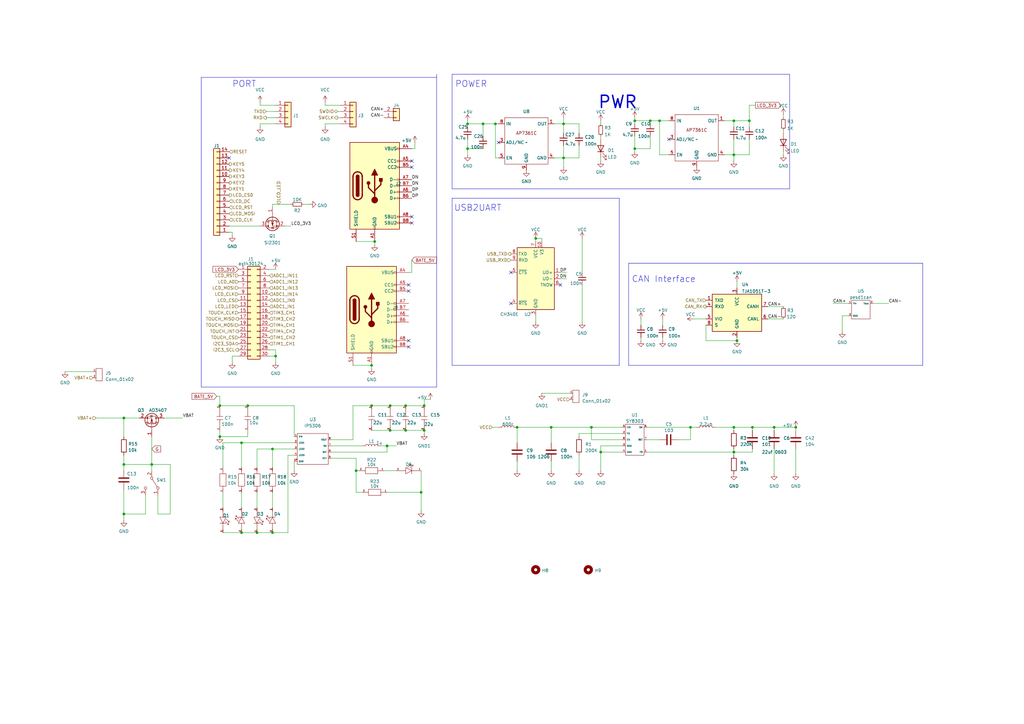
<source format=kicad_sch>
(kicad_sch (version 20230121) (generator eeschema)
  (paper "A3")
  (junction (at 283.21 175.26))
  (junction (at 231.14 50.8))
  (junction (at 172.72 201.93))
  (junction (at 266.7 49.53))
  (junction (at 173.99 176.53))
  (junction (at 191.77 50.8))
  (junction (at 231.14 64.77))
  (junction (at 166.37 176.53))
  (junction (at 90.17 166.37))
  (junction (at 90.17 179.07))
  (junction (at 300.99 175.26))
  (junction (at 300.99 63.5))
  (junction (at 166.37 166.37))
  (junction (at 99.06 218.44))
  (junction (at 260.35 60.96))
  (junction (at 242.57 175.26))
  (junction (at 260.35 49.53))
  (junction (at 307.34 49.53))
  (junction (at 101.6 166.37))
  (junction (at 326.39 175.26))
  (junction (at 160.02 166.37))
  (junction (at 113.03 146.05))
  (junction (at 300.99 185.42))
  (junction (at 226.06 175.26))
  (junction (at 146.05 193.04))
  (junction (at 308.61 175.26))
  (junction (at 62.23 190.5))
  (junction (at 191.77 60.96))
  (junction (at 152.4 149.86))
  (junction (at 246.38 185.42))
  (junction (at 302.26 139.7))
  (junction (at 105.41 218.44))
  (junction (at 300.99 49.53))
  (junction (at 270.51 49.53))
  (junction (at 50.8 190.5))
  (junction (at 198.12 50.8))
  (junction (at 160.02 176.53))
  (junction (at 99.06 181.61))
  (junction (at 203.2 50.8))
  (junction (at 50.8 171.45))
  (junction (at 152.4 166.37))
  (junction (at 158.75 182.88))
  (junction (at 111.76 184.15))
  (junction (at 153.67 99.06))
  (junction (at 219.71 97.79))
  (junction (at 317.5 175.26))
  (junction (at 212.09 175.26))
  (junction (at 173.99 166.37))
  (junction (at 50.8 210.82))
  (junction (at 111.76 218.44))
  (no_connect (at 209.55 124.46))
  (no_connect (at 168.91 88.9))
  (no_connect (at 168.91 68.58))
  (no_connect (at 167.64 139.7))
  (no_connect (at 168.91 91.44))
  (no_connect (at 167.64 142.24))
  (no_connect (at 93.98 64.77))
  (no_connect (at 167.64 119.38))
  (no_connect (at 204.47 58.42))
  (no_connect (at 274.32 57.15))
  (no_connect (at 167.64 116.84))
  (no_connect (at 209.55 111.76))
  (no_connect (at 168.91 66.04))
  (no_connect (at 229.87 116.84))
  (wire (pts (xy 146.05 193.04) (xy 147.32 193.04)))
  (wire (pts (xy 101.6 176.53) (xy 101.6 179.07)))
  (wire (pts (xy 172.72 201.93) (xy 172.72 209.55)))
  (wire (pts (xy 133.35 41.91) (xy 133.35 43.18)))
  (wire (pts (xy 111.76 184.15) (xy 105.41 184.15)))
  (wire (pts (xy 293.37 175.26) (xy 300.99 175.26)))
  (wire (pts (xy 307.34 63.5) (xy 307.34 57.15)))
  (wire (pts (xy 139.7 50.8) (xy 133.35 50.8)))
  (wire (pts (xy 191.77 49.53) (xy 191.77 50.8)))
  (wire (pts (xy 204.47 50.8) (xy 203.2 50.8)))
  (wire (pts (xy 198.12 50.8) (xy 198.12 55.88)))
  (wire (pts (xy 120.65 166.37) (xy 101.6 166.37)))
  (wire (pts (xy 270.51 63.5) (xy 270.51 49.53)))
  (wire (pts (xy 69.85 210.82) (xy 69.85 190.5)))
  (wire (pts (xy 95.25 95.25) (xy 93.98 95.25)))
  (wire (pts (xy 300.99 185.42) (xy 300.99 186.69)))
  (wire (pts (xy 166.37 166.37) (xy 173.99 166.37)))
  (wire (pts (xy 170.18 58.42) (xy 170.18 60.96)))
  (wire (pts (xy 152.4 176.53) (xy 160.02 176.53)))
  (wire (pts (xy 50.8 190.5) (xy 62.23 190.5)))
  (wire (pts (xy 110.49 110.49) (xy 113.03 110.49)))
  (wire (pts (xy 105.41 184.15) (xy 105.41 191.77)))
  (wire (pts (xy 158.75 201.93) (xy 172.72 201.93)))
  (wire (pts (xy 260.35 48.26) (xy 260.35 49.53)))
  (wire (pts (xy 99.06 201.93) (xy 99.06 208.28)))
  (wire (pts (xy 135.89 185.42) (xy 158.75 185.42)))
  (wire (pts (xy 152.4 149.86) (xy 144.78 149.86)))
  (wire (pts (xy 307.34 43.18) (xy 309.88 43.18)))
  (wire (pts (xy 118.11 218.44) (xy 118.11 186.69)))
  (wire (pts (xy 278.13 180.34) (xy 283.21 180.34)))
  (polyline (pts (xy 378.46 149.86) (xy 378.46 107.95)))
  (wire (pts (xy 50.8 210.82) (xy 50.8 213.36)))
  (wire (pts (xy 204.47 64.77) (xy 203.2 64.77)))
  (wire (pts (xy 212.09 175.26) (xy 212.09 181.61)))
  (wire (pts (xy 321.31 62.23) (xy 321.31 63.5)))
  (wire (pts (xy 237.49 50.8) (xy 237.49 54.61)))
  (wire (pts (xy 99.06 181.61) (xy 91.44 181.61)))
  (wire (pts (xy 113.03 43.18) (xy 106.68 43.18)))
  (wire (pts (xy 260.35 60.96) (xy 266.7 60.96)))
  (wire (pts (xy 50.8 171.45) (xy 57.15 171.45)))
  (wire (pts (xy 226.06 175.26) (xy 242.57 175.26)))
  (wire (pts (xy 212.09 189.23) (xy 212.09 193.04)))
  (polyline (pts (xy 179.07 149.86) (xy 179.07 158.75)))
  (wire (pts (xy 176.53 163.83) (xy 173.99 163.83)))
  (wire (pts (xy 139.7 43.18) (xy 133.35 43.18)))
  (wire (pts (xy 109.22 48.26) (xy 113.03 48.26)))
  (polyline (pts (xy 257.81 107.95) (xy 378.46 107.95)))
  (wire (pts (xy 93.98 92.71) (xy 106.68 92.71)))
  (wire (pts (xy 90.17 162.56) (xy 90.17 166.37)))
  (wire (pts (xy 262.89 138.43) (xy 262.89 139.7)))
  (wire (pts (xy 203.2 50.8) (xy 198.12 50.8)))
  (wire (pts (xy 158.75 185.42) (xy 158.75 182.88)))
  (wire (pts (xy 133.35 50.8) (xy 133.35 52.07)))
  (wire (pts (xy 231.14 50.8) (xy 231.14 54.61)))
  (wire (pts (xy 358.14 124.46) (xy 364.49 124.46)))
  (wire (pts (xy 289.56 133.35) (xy 289.56 139.7)))
  (wire (pts (xy 50.8 193.04) (xy 50.8 190.5)))
  (wire (pts (xy 246.38 49.53) (xy 246.38 50.8)))
  (wire (pts (xy 212.09 175.26) (xy 226.06 175.26)))
  (wire (pts (xy 314.96 130.81) (xy 321.31 130.81)))
  (polyline (pts (xy 323.85 77.47) (xy 323.85 30.48)))
  (wire (pts (xy 283.21 175.26) (xy 285.75 175.26)))
  (wire (pts (xy 124.46 83.82) (xy 127 83.82)))
  (wire (pts (xy 300.99 63.5) (xy 307.34 63.5)))
  (polyline (pts (xy 257.81 149.86) (xy 378.46 149.86)))
  (wire (pts (xy 99.06 181.61) (xy 99.06 191.77)))
  (wire (pts (xy 109.22 45.72) (xy 113.03 45.72)))
  (wire (pts (xy 307.34 43.18) (xy 307.34 49.53)))
  (wire (pts (xy 289.56 139.7) (xy 302.26 139.7)))
  (wire (pts (xy 173.99 176.53) (xy 173.99 177.8)))
  (wire (pts (xy 113.03 143.51) (xy 113.03 146.05)))
  (wire (pts (xy 222.25 97.79) (xy 219.71 97.79)))
  (wire (pts (xy 270.51 49.53) (xy 274.32 49.53)))
  (polyline (pts (xy 254 149.86) (xy 254 81.28)))
  (polyline (pts (xy 185.42 81.28) (xy 185.42 149.86)))
  (wire (pts (xy 160.02 166.37) (xy 166.37 166.37)))
  (wire (pts (xy 314.96 125.73) (xy 321.31 125.73)))
  (wire (pts (xy 99.06 218.44) (xy 105.41 218.44)))
  (wire (pts (xy 153.67 99.06) (xy 146.05 99.06)))
  (wire (pts (xy 101.6 179.07) (xy 90.17 179.07)))
  (wire (pts (xy 237.49 64.77) (xy 237.49 59.69)))
  (polyline (pts (xy 185.42 30.48) (xy 323.85 30.48)))
  (wire (pts (xy 321.31 53.34) (xy 321.31 54.61)))
  (wire (pts (xy 67.31 171.45) (xy 74.93 171.45)))
  (wire (pts (xy 317.5 176.53) (xy 317.5 175.26)))
  (wire (pts (xy 191.77 57.15) (xy 191.77 60.96)))
  (wire (pts (xy 260.35 60.96) (xy 260.35 62.23)))
  (wire (pts (xy 231.14 50.8) (xy 231.14 48.26)))
  (wire (pts (xy 231.14 59.69) (xy 231.14 64.77)))
  (wire (pts (xy 91.44 218.44) (xy 99.06 218.44)))
  (wire (pts (xy 260.35 50.8) (xy 260.35 49.53)))
  (wire (pts (xy 222.25 99.06) (xy 222.25 97.79)))
  (wire (pts (xy 191.77 60.96) (xy 191.77 63.5)))
  (wire (pts (xy 158.75 182.88) (xy 156.21 182.88)))
  (polyline (pts (xy 179.07 149.86) (xy 179.07 30.48)))
  (wire (pts (xy 238.76 116.84) (xy 238.76 132.08)))
  (wire (pts (xy 95.25 96.52) (xy 95.25 95.25)))
  (wire (pts (xy 160.02 176.53) (xy 166.37 176.53)))
  (polyline (pts (xy 185.42 30.48) (xy 185.42 77.47)))
  (wire (pts (xy 321.31 46.99) (xy 321.31 48.26)))
  (wire (pts (xy 26.67 152.4) (xy 38.1 152.4)))
  (wire (pts (xy 111.76 201.93) (xy 111.76 208.28)))
  (wire (pts (xy 302.26 138.43) (xy 302.26 139.7)))
  (wire (pts (xy 222.25 161.29) (xy 233.68 161.29)))
  (wire (pts (xy 283.21 180.34) (xy 283.21 175.26)))
  (wire (pts (xy 265.43 175.26) (xy 283.21 175.26)))
  (wire (pts (xy 146.05 201.93) (xy 146.05 193.04)))
  (wire (pts (xy 168.91 106.68) (xy 168.91 111.76)))
  (wire (pts (xy 246.38 185.42) (xy 255.27 185.42)))
  (wire (pts (xy 62.23 190.5) (xy 62.23 193.04)))
  (wire (pts (xy 226.06 175.26) (xy 226.06 181.61)))
  (wire (pts (xy 50.8 200.66) (xy 50.8 210.82)))
  (wire (pts (xy 300.99 175.26) (xy 300.99 176.53)))
  (wire (pts (xy 120.65 181.61) (xy 99.06 181.61)))
  (wire (pts (xy 238.76 97.79) (xy 238.76 111.76)))
  (polyline (pts (xy 185.42 77.47) (xy 323.85 77.47)))
  (wire (pts (xy 246.38 185.42) (xy 246.38 193.04)))
  (wire (pts (xy 317.5 175.26) (xy 308.61 175.26)))
  (wire (pts (xy 64.77 203.2) (xy 64.77 210.82)))
  (wire (pts (xy 326.39 176.53) (xy 326.39 175.26)))
  (wire (pts (xy 284.48 130.81) (xy 289.56 130.81)))
  (wire (pts (xy 266.7 49.53) (xy 270.51 49.53)))
  (wire (pts (xy 317.5 175.26) (xy 326.39 175.26)))
  (wire (pts (xy 227.33 50.8) (xy 231.14 50.8)))
  (wire (pts (xy 326.39 184.15) (xy 326.39 194.31)))
  (wire (pts (xy 219.71 97.79) (xy 219.71 99.06)))
  (wire (pts (xy 111.76 83.82) (xy 119.38 83.82)))
  (wire (pts (xy 271.78 130.81) (xy 271.78 133.35)))
  (wire (pts (xy 106.68 52.07) (xy 106.68 50.8)))
  (wire (pts (xy 90.17 179.07) (xy 90.17 176.53)))
  (wire (pts (xy 265.43 185.42) (xy 300.99 185.42)))
  (wire (pts (xy 191.77 50.8) (xy 198.12 50.8)))
  (wire (pts (xy 226.06 189.23) (xy 226.06 193.04)))
  (wire (pts (xy 274.32 63.5) (xy 270.51 63.5)))
  (wire (pts (xy 191.77 50.8) (xy 191.77 52.07)))
  (wire (pts (xy 341.63 124.46) (xy 347.98 124.46)))
  (wire (pts (xy 144.78 166.37) (xy 144.78 180.34)))
  (wire (pts (xy 135.89 182.88) (xy 148.59 182.88)))
  (wire (pts (xy 308.61 175.26) (xy 300.99 175.26)))
  (wire (pts (xy 158.75 182.88) (xy 162.56 182.88)))
  (wire (pts (xy 120.65 179.07) (xy 120.65 166.37)))
  (wire (pts (xy 246.38 64.77) (xy 246.38 66.04)))
  (wire (pts (xy 242.57 180.34) (xy 255.27 180.34)))
  (wire (pts (xy 237.49 186.69) (xy 237.49 193.04)))
  (wire (pts (xy 111.76 184.15) (xy 111.76 191.77)))
  (wire (pts (xy 153.67 99.06) (xy 153.67 100.33)))
  (wire (pts (xy 227.33 64.77) (xy 231.14 64.77)))
  (wire (pts (xy 297.18 49.53) (xy 300.99 49.53)))
  (wire (pts (xy 308.61 184.15) (xy 308.61 185.42)))
  (wire (pts (xy 231.14 50.8) (xy 237.49 50.8)))
  (wire (pts (xy 146.05 187.96) (xy 146.05 193.04)))
  (wire (pts (xy 237.49 177.8) (xy 255.27 177.8)))
  (wire (pts (xy 120.65 189.23) (xy 120.65 193.04)))
  (wire (pts (xy 138.43 48.26) (xy 139.7 48.26)))
  (wire (pts (xy 50.8 171.45) (xy 50.8 179.07)))
  (wire (pts (xy 110.49 146.05) (xy 113.03 146.05)))
  (wire (pts (xy 106.68 41.91) (xy 106.68 43.18)))
  (wire (pts (xy 266.7 50.8) (xy 266.7 49.53)))
  (wire (pts (xy 135.89 187.96) (xy 146.05 187.96)))
  (wire (pts (xy 120.65 184.15) (xy 111.76 184.15)))
  (polyline (pts (xy 185.42 81.28) (xy 254 81.28)))
  (wire (pts (xy 302.26 115.57) (xy 302.26 118.11)))
  (wire (pts (xy 39.37 171.45) (xy 50.8 171.45)))
  (wire (pts (xy 255.27 182.88) (xy 246.38 182.88)))
  (wire (pts (xy 271.78 138.43) (xy 271.78 139.7)))
  (wire (pts (xy 232.41 114.3) (xy 229.87 114.3)))
  (wire (pts (xy 231.14 68.58) (xy 231.14 64.77)))
  (wire (pts (xy 345.44 129.54) (xy 345.44 135.89)))
  (wire (pts (xy 300.99 57.15) (xy 300.99 63.5)))
  (wire (pts (xy 173.99 163.83) (xy 173.99 166.37)))
  (wire (pts (xy 191.77 60.96) (xy 198.12 60.96)))
  (wire (pts (xy 113.03 146.05) (xy 113.03 148.59)))
  (wire (pts (xy 242.57 180.34) (xy 242.57 175.26)))
  (wire (pts (xy 138.43 45.72) (xy 139.7 45.72)))
  (wire (pts (xy 91.44 201.93) (xy 91.44 208.28)))
  (wire (pts (xy 166.37 176.53) (xy 173.99 176.53)))
  (wire (pts (xy 231.14 64.77) (xy 237.49 64.77)))
  (wire (pts (xy 59.69 203.2) (xy 59.69 210.82)))
  (wire (pts (xy 152.4 166.37) (xy 160.02 166.37)))
  (wire (pts (xy 308.61 175.26) (xy 308.61 176.53)))
  (wire (pts (xy 64.77 210.82) (xy 69.85 210.82)))
  (wire (pts (xy 246.38 182.88) (xy 246.38 185.42)))
  (wire (pts (xy 300.99 49.53) (xy 307.34 49.53)))
  (wire (pts (xy 144.78 166.37) (xy 152.4 166.37)))
  (wire (pts (xy 95.25 148.59) (xy 95.25 146.05)))
  (polyline (pts (xy 185.42 149.86) (xy 254 149.86)))
  (wire (pts (xy 91.44 181.61) (xy 91.44 191.77)))
  (wire (pts (xy 110.49 143.51) (xy 113.03 143.51)))
  (wire (pts (xy 242.57 175.26) (xy 255.27 175.26)))
  (wire (pts (xy 307.34 49.53) (xy 307.34 52.07)))
  (wire (pts (xy 297.18 63.5) (xy 300.99 63.5)))
  (polyline (pts (xy 82.55 158.75) (xy 179.07 158.75)))
  (wire (pts (xy 118.11 186.69) (xy 120.65 186.69)))
  (polyline (pts (xy 82.55 31.75) (xy 82.55 158.75)))
  (wire (pts (xy 203.2 50.8) (xy 203.2 64.77)))
  (wire (pts (xy 148.59 201.93) (xy 146.05 201.93)))
  (wire (pts (xy 105.41 218.44) (xy 111.76 218.44)))
  (wire (pts (xy 50.8 186.69) (xy 50.8 190.5)))
  (wire (pts (xy 262.89 130.81) (xy 262.89 133.35)))
  (polyline (pts (xy 82.55 31.75) (xy 179.07 31.75)))
  (wire (pts (xy 260.35 60.96) (xy 260.35 55.88)))
  (polyline (pts (xy 257.81 107.95) (xy 257.81 149.86)))
  (wire (pts (xy 152.4 149.86) (xy 152.4 151.13)))
  (wire (pts (xy 170.18 60.96) (xy 168.91 60.96)))
  (wire (pts (xy 168.91 111.76) (xy 167.64 111.76)))
  (wire (pts (xy 88.9 162.56) (xy 90.17 162.56)))
  (wire (pts (xy 347.98 129.54) (xy 345.44 129.54)))
  (wire (pts (xy 246.38 55.88) (xy 246.38 57.15)))
  (wire (pts (xy 111.76 218.44) (xy 118.11 218.44)))
  (wire (pts (xy 95.25 146.05) (xy 97.79 146.05)))
  (wire (pts (xy 232.41 111.76) (xy 229.87 111.76)))
  (wire (pts (xy 317.5 184.15) (xy 317.5 194.31)))
  (wire (pts (xy 266.7 60.96) (xy 266.7 55.88)))
  (wire (pts (xy 157.48 193.04) (xy 162.56 193.04)))
  (wire (pts (xy 106.68 50.8) (xy 113.03 50.8)))
  (wire (pts (xy 201.93 175.26) (xy 204.47 175.26)))
  (wire (pts (xy 260.35 49.53) (xy 266.7 49.53)))
  (wire (pts (xy 219.71 129.54) (xy 219.71 132.08)))
  (wire (pts (xy 111.76 83.82) (xy 111.76 85.09)))
  (wire (pts (xy 69.85 190.5) (xy 62.23 190.5)))
  (wire (pts (xy 62.23 179.07) (xy 62.23 190.5)))
  (wire (pts (xy 172.72 193.04) (xy 172.72 201.93)))
  (wire (pts (xy 300.99 49.53) (xy 300.99 52.07)))
  (wire (pts (xy 308.61 185.42) (xy 300.99 185.42)))
  (wire (pts (xy 300.99 63.5) (xy 300.99 66.04)))
  (wire (pts (xy 237.49 179.07) (xy 237.49 177.8)))
  (wire (pts (xy 105.41 201.93) (xy 105.41 208.28)))
  (wire (pts (xy 50.8 210.82) (xy 59.69 210.82)))
  (wire (pts (xy 116.84 92.71) (xy 119.38 92.71)))
  (wire (pts (xy 90.17 166.37) (xy 101.6 166.37)))
  (wire (pts (xy 300.99 185.42) (xy 300.99 184.15)))
  (wire (pts (xy 135.89 180.34) (xy 144.78 180.34)))
  (wire (pts (xy 265.43 180.34) (xy 270.51 180.34)))
  (text "CAN Interface" (at 259.08 116.078 0) (effects (font (size 2.54 2.54)) (justify left bottom)))
  (text "USB2UART" (at 205.74 86.868 0) (effects (font (size 2.54 2.54)) (justify right bottom)))
  (text "POWER" (at 186.69 36.068 0) (effects (font (size 2.54 2.54)) (justify left bottom)))
  (text "PWR" (at 245.11 44.958 0) (effects (font (size 5 5) (thickness 0.6) bold) (justify left bottom)))
  (text "PORT" (at 95.25 36.068 0) (effects (font (size 2.54 2.54)) (justify left bottom)))
  (label "CAN+" (at 341.63 124.46 0))
  (label "CAN-" (at 157.48 48.26 180))
  (label "VBAT" (at 74.93 171.45 0))
  (label "CAN-" (at 314.96 130.81 0))
  (label "LCD_3V3" (at 119.38 92.71 0))
  (label "CAN+" (at 157.48 45.72 180))
  (label "DP" (at 168.91 78.74 0))
  (label "DN" (at 168.91 76.2 0))
  (label "CAN-" (at 364.49 124.46 0))
  (label "DP" (at 232.41 111.76 180))
  (label "VBAT" (at 162.56 182.88 0))
  (label "DP" (at 168.91 81.28 0))
  (label "DN" (at 232.41 114.3 180))
  (label "DN" (at 168.91 73.66 0))
  (label "CAN+" (at 314.96 125.73 0))
  (global_label "LCD_3V3" (shape output) (at 309.88 43.18 0) (property "Intersheetrefs" "${INTERSHEET_REFS}" (effects hide)))
  (global_label "LCD_3V3" (shape input) (at 97.79 110.49 180) (property "Intersheetrefs" "${INTERSHEET_REFS}" (effects hide)))
  (global_label "BATE_5V" (shape input) (at 168.91 106.68 0) (property "Intersheetrefs" "${INTERSHEET_REFS}" (effects hide)))
  (global_label "BATE_5V" (shape input) (at 88.9 162.56 180) (property "Intersheetrefs" "${INTERSHEET_REFS}" (effects hide)))
  (global_label "G" (shape input) (at 62.23 184.15 0) (property "Intersheetrefs" "${INTERSHEET_REFS}" (effects hide)))
  (hierarchical_label "RESET" (shape input) (at 93.98 62.23 0))
  (hierarchical_label "CAN_TX" (shape input) (at 289.56 123.19 180))
  (hierarchical_label "TOUCH_CS" (shape input) (at 97.79 138.43 180))
  (hierarchical_label "TOUCH_MOSI" (shape input) (at 97.79 133.35 180))
  (hierarchical_label "TXD" (shape input) (at 109.22 45.72 180))
  (hierarchical_label "ADC1_IN11" (shape input) (at 110.49 113.03 0))
  (hierarchical_label "TOUCH_MISO" (shape output) (at 97.79 130.81 180))
  (hierarchical_label "TOUCH_CLK" (shape input) (at 97.79 128.27 180))
  (hierarchical_label "KEY1" (shape output) (at 93.98 77.47 0))
  (hierarchical_label "LCD_MOSI" (shape input) (at 97.79 118.11 180))
  (hierarchical_label "TIM4_CH2" (shape input) (at 110.49 135.89 0))
  (hierarchical_label "VCC" (shape input) (at 233.68 163.83 180))
  (hierarchical_label "I2C3_SDA" (shape bidirectional) (at 97.79 140.97 180))
  (hierarchical_label "TIM1_CH1" (shape input) (at 110.49 140.97 0))
  (hierarchical_label "TIM1_CH2" (shape input) (at 110.49 138.43 0))
  (hierarchical_label "KEY2" (shape output) (at 93.98 74.93 0))
  (hierarchical_label "SWCLK" (shape output) (at 138.43 48.26 180))
  (hierarchical_label "KEY3" (shape output) (at 93.98 72.39 0))
  (hierarchical_label "ADC1_IN1" (shape input) (at 110.49 125.73 0))
  (hierarchical_label "LCD_CS0" (shape output) (at 93.98 80.01 0))
  (hierarchical_label "ADC1_IN12" (shape input) (at 110.49 115.57 0))
  (hierarchical_label "LCD_RST" (shape input) (at 97.79 113.03 180))
  (hierarchical_label "TIM3_CH2" (shape input) (at 110.49 130.81 0))
  (hierarchical_label "ADC1_IN14" (shape input) (at 110.49 120.65 0))
  (hierarchical_label "USB_RXD" (shape input) (at 209.55 106.68 180))
  (hierarchical_label "RXD" (shape output) (at 109.22 48.26 180))
  (hierarchical_label "USB_TXD" (shape output) (at 209.55 104.14 180))
  (hierarchical_label "TIM4_CH1" (shape input) (at 110.49 133.35 0))
  (hierarchical_label "LCD_CLK" (shape input) (at 97.79 120.65 180))
  (hierarchical_label "VCC" (shape input) (at 201.93 175.26 180))
  (hierarchical_label "ADC1_IN13" (shape input) (at 110.49 118.11 0))
  (hierarchical_label "LCD_MOSI" (shape input) (at 93.98 87.63 0))
  (hierarchical_label "SWDIO" (shape bidirectional) (at 138.43 45.72 180))
  (hierarchical_label "ADC1_IN0" (shape input) (at 110.49 123.19 0))
  (hierarchical_label "TOUCH_INT" (shape output) (at 97.79 135.89 180))
  (hierarchical_label "LCD_CS" (shape input) (at 97.79 123.19 180))
  (hierarchical_label "TIM3_CH1" (shape input) (at 110.49 128.27 0))
  (hierarchical_label "VBAT+" (shape input) (at 39.37 171.45 180))
  (hierarchical_label "KEY4" (shape output) (at 93.98 69.85 0))
  (hierarchical_label "KEY5" (shape output) (at 93.98 67.31 0))
  (hierarchical_label "CAN_RX" (shape output) (at 289.56 125.73 180))
  (hierarchical_label "LCD_DC" (shape input) (at 93.98 82.55 0))
  (hierarchical_label "I2C3_SCL" (shape output) (at 97.79 143.51 180))
  (hierarchical_label "VBAT+" (shape input) (at 38.1 154.94 180))
  (hierarchical_label "LCD_A0" (shape input) (at 97.79 115.57 180))
  (hierarchical_label "LCD_LED" (shape input) (at 114.3 83.82 90))
  (hierarchical_label "LCD_CLK" (shape input) (at 93.98 90.17 0))
  (hierarchical_label "LCD_LED" (shape input) (at 97.79 125.73 180))
  (hierarchical_label "LCD_RST" (shape input) (at 93.98 85.09 0))
  (symbol (lib_id "Device:C_Small") (at 231.14 57.15 0) (mirror x) (unit 1)
    (property "Reference" "C27" (at 231.775 55.245 0) (effects (justify left)))
    (property "Value" "4.7u" (at 231.775 59.055 0) (effects (justify left)))
    (property "Footprint" "Capacitor_SMD:C_0603_1608Metric" (effects hide))
    (instances (project "SucapController" (path "" (reference "C27") (unit 1))) (project "Debugger-PCB" (path "" (reference "C36") (unit 1))))
  )
  (symbol (lib_id "Device:R_Small") (at 121.92 83.82 90) (unit 1)
    (property "Reference" "R2" (at 121.92 86.36 90))
    (property "Value" "10K" (at 121.92 81.892 90))
    (property "Footprint" "Resistor_SMD:R_0603_1608Metric" (effects hide))
    (instances (project "SucapController" (path "" (reference "R2") (unit 1))) (project "Debugger-PCB" (path "" (reference "R1") (unit 1))))
  )
  (symbol (lib_id "power:GND") (at 260.35 62.23 0) (unit 1)
    (property "Reference" "#PWR017" (effects hide))
    (property "Value" "GND" (at 260.35 66.7925 0))
    (instances (project "SucapController" (path "" (reference "#PWR017") (unit 1))) (project "Debugger-PCB" (path "" (reference "#PWR082") (unit 1))))
  )
  (symbol (lib_id "power:GND") (at 50.8 213.36 0) (mirror y) (unit 1)
    (property "Reference" "#PWR049" (effects hide))
    (property "Value" "GND" (at 50.8 217.9225 0))
  )
  (symbol (lib_id "Switch:SW_SPDT") (at 62.23 198.12 270) (unit 1)
    (property "Reference" "SW1" (at 64.135 196.85 90) (effects (justify left)))
    (property "Value" "SW_SPDT" (effects hide))
    (property "Footprint" "Button_Switch_SMD:SW_SPDT_PCM12" (effects hide))
    (instances (project "Dart" (path "" (reference "SW1") (unit 1))) (project "Debugger-PCB" (path "" (reference "SW4") (unit 1))))
  )
  (symbol (lib_id "Connector:USB_C_Receptacle_USB2.0") (at 152.4 127 0) (unit 1)
    (property "Reference" "J8" (at 163.322 126.0915 0) (effects (justify right)))
    (property "Value" "USB_C_Receptacle_USB2.0" (effects hide))
    (property "Footprint" "Connector_USB:USB_C_Receptacle_HRO_TYPE-C-31-M-12" (effects hide))
    (property "Datasheet" "https://www.usb.org/sites/default/files/documents/usb_type-c.zip" (effects hide))
  )
  (symbol (lib_id "power:GND") (at 317.5 194.31 0) (unit 1)
    (property "Reference" "#PWR07" (effects hide))
    (property "Value" "GND" (at 317.5 199.39 0))
    (instances (project "Bidirection power" (path "" (reference "#PWR07") (unit 1))) (project "STM32F042G6U6" (path "" (reference "#PWR018") (unit 1))) (project "Debugger-PCB" (path "" (reference "#PWR028") (unit 1))))
  )
  (symbol (lib_id "power:VCC") (at 219.71 97.79 0) (mirror y) (unit 1)
    (property "Reference" "#PWR011" (effects hide))
    (property "Value" "VCC" (at 219.71 94.1855 0))
  )
  (symbol (lib_id "power:GND1") (at 222.25 161.29 0) (unit 1)
    (property "Reference" "#PWR0103" (effects hide))
    (property "Value" "GND1" (at 222.25 166.37 0))
    (instances (project "board" (path "" (reference "#PWR0103") (unit 1))) (project "Debugger-PCB" (path "" (reference "#PWR035") (unit 1))))
  )
  (symbol (lib_id "power:GND") (at 152.4 151.13 0) (mirror y) (unit 1)
    (property "Reference" "#PWR048" (effects hide))
    (property "Value" "GND" (at 152.4 155.6925 0))
  )
  (symbol (lib_id "Basic_semiconductor:Diode_LED") (at 167.64 193.04 180) (unit 1)
    (property "Reference" "D6" (at 167.64 190.5 0))
    (property "Value" " " (at 167.64 187.325 0))
    (property "Footprint" "LED_SMD:LED_0603_1608Metric" (effects hide))
    (instances (project "board" (path "" (reference "D6") (unit 1))) (project "Debugger-PCB" (path "" (reference "D8") (unit 1))))
  )
  (symbol (lib_id "power:GND") (at 127 83.82 90) (unit 1)
    (property "Reference" "#PWR0138" (effects hide))
    (property "Value" "GND" (at 130.175 84.299 90) (effects (justify right)))
    (instances (project "SucapController" (path "" (reference "#PWR0138") (unit 1))) (project "Debugger-PCB" (path "" (reference "#PWR08") (unit 1))))
  )
  (symbol (lib_id "power:GND") (at 95.25 96.52 0) (unit 1)
    (property "Reference" "#PWR0137" (effects hide))
    (property "Value" "GND" (at 95.25 101.0825 0))
    (instances (project "SucapController" (path "" (reference "#PWR0137") (unit 1))) (project "Debugger-PCB" (path "" (reference "#PWR07") (unit 1))))
  )
  (symbol (lib_id "power:GND") (at 219.71 132.08 0) (mirror y) (unit 1)
    (property "Reference" "#PWR012" (effects hide))
    (property "Value" "GND" (at 219.71 136.6425 0))
  )
  (symbol (lib_id "power:GND") (at 237.49 193.04 0) (unit 1)
    (property "Reference" "#PWR01" (effects hide))
    (property "Value" "GND" (at 237.49 198.12 0))
    (instances (project "Bidirection power" (path "" (reference "#PWR01") (unit 1))) (project "STM32F042G6U6" (path "" (reference "#PWR012") (unit 1))) (project "Debugger-PCB" (path "" (reference "#PWR020") (unit 1))))
  )
  (symbol (lib_id "power:VCC") (at 284.48 130.81 90) (mirror x) (unit 1)
    (property "Reference" "#PWR027" (effects hide))
    (property "Value" "VCC" (at 283.21 128.9835 90))
  )
  (symbol (lib_id "power:+5V") (at 271.78 130.81 0) (unit 1)
    (property "Reference" "#PWR025" (effects hide))
    (property "Value" "+5V" (at 271.78 127.2055 0))
  )
  (symbol (lib_id "power:GND") (at 326.39 194.31 0) (unit 1)
    (property "Reference" "#PWR063" (effects hide))
    (property "Value" "GND" (at 326.39 199.39 0))
    (instances (project "Bidirection power" (path "" (reference "#PWR063") (unit 1))) (project "STM32F042G6U6" (path "" (reference "#PWR019") (unit 1))) (project "Debugger-PCB" (path "" (reference "#PWR029") (unit 1))))
  )
  (symbol (lib_id "power:GND") (at 231.14 68.58 0) (unit 1)
    (property "Reference" "#PWR08" (effects hide))
    (property "Value" "GND" (at 231.14 73.1425 0))
    (instances (project "SucapController" (path "" (reference "#PWR08") (unit 1))) (project "Debugger-PCB" (path "" (reference "#PWR076") (unit 1))))
  )
  (symbol (lib_id "Device:C_Small") (at 262.89 135.89 0) (unit 1)
    (property "Reference" "C8" (at 265.2141 134.9878 0) (effects (justify left)))
    (property "Value" "100n" (at 265.2141 137.7629 0) (effects (justify left)))
    (property "Footprint" "Capacitor_SMD:C_0603_1608Metric" (effects hide))
  )
  (symbol (lib_id "Basic_semiconductor:Diode_LED") (at 111.76 213.36 270) (unit 1)
    (property "Reference" "D4" (at 112.395 210.82 90) (effects (justify left)))
    (property "Value" " " (at 113.665 214.6299 90) (effects (justify left)))
    (property "Footprint" "LED_SMD:LED_0603_1608Metric" (effects hide))
    (instances (project "board" (path "" (reference "D4") (unit 1))) (project "Debugger-PCB" (path "" (reference "D7") (unit 1))))
  )
  (symbol (lib_id "Device:C_Small") (at 198.12 58.42 0) (mirror x) (unit 1)
    (property "Reference" "C26" (at 194.31 55.88 0) (effects (justify left)))
    (property "Value" "100n" (at 193.04 60.325 0) (effects (justify left)))
    (property "Footprint" "Capacitor_SMD:C_0603_1608Metric" (effects hide))
    (instances (project "SucapController" (path "" (reference "C26") (unit 1))) (project "Debugger-PCB" (path "" (reference "C35") (unit 1))))
  )
  (symbol (lib_id "power:GND") (at 262.89 139.7 0) (unit 1)
    (property "Reference" "#PWR024" (effects hide))
    (property "Value" "GND" (at 264.795 141.449 0) (effects (justify left)))
  )
  (symbol (lib_id "Connector_Generic:Conn_02x15_Odd_Even") (at 102.87 128.27 0) (unit 1)
    (property "Reference" "J1" (at 102.87 106.2101 0))
    (property "Value" "axt430124" (at 102.87 108.1311 0))
    (property "Footprint" "Connector_PinHeader_1.27mm:PinHeader_2x15_P1.27mm_Vertical" (effects hide))
    (instances (project "EtherCAT_FUNC" (path "" (reference "J1") (unit 1))) (project "Debugger-PCB" (path "" (reference "J7") (unit 1))))
  )
  (symbol (lib_id "Device:R_Small") (at 246.38 53.34 0) (unit 1)
    (property "Reference" "R3" (at 247.8786 52.4315 0) (effects (justify left)))
    (property "Value" "1K" (at 247.8786 55.2066 0) (effects (justify left)))
    (property "Footprint" "Resistor_SMD:R_0603_1608Metric" (effects hide))
    (instances (project "SucapController" (path "" (reference "R3") (unit 1))) (project "Debugger-PCB" (path "" (reference "R13") (unit 1))))
  )
  (symbol (lib_id "Armor:IP5306") (at 128.27 185.42 0) (unit 1)
    (property "Reference" "U3" (at 128.27 172.085 0))
    (property "Value" "IP5306" (at 128.27 174.625 0))
    (property "Footprint" "PCM_004_GN_MIDDLE-SEMI_SMD:SOP-8EP_3949" (effects hide))
    (instances (project "board" (path "" (reference "U3") (unit 1))) (project "Debugger-PCB" (path "" (reference "U1") (unit 1))))
  )
  (symbol (lib_id "302_Link_W2B-Connector:Conn_01x02") (at 40.64 152.4 0) (unit 1)
    (property "Reference" "J5" (at 43.18 153.035 0) (effects (justify left)))
    (property "Value" "Conn_01x02" (at 43.18 155.575 0) (effects (justify left)))
    (property "Footprint" "Connector_PinHeader_2.54mm:PinHeader_1x02_P2.54mm_Vertical" (effects hide))
  )
  (symbol (lib_id "Device:Q_PMOS_GSD") (at 62.23 173.99 270) (mirror x) (unit 1)
    (property "Reference" "Q3" (at 57.785 168.275 90))
    (property "Value" "AO3407" (at 64.77 168.275 90))
    (property "Footprint" "Package_TO_SOT_SMD:SOT-23" (effects hide))
    (instances (project "Dart" (path "" (reference "Q3") (unit 1))) (project "Debugger-PCB" (path "" (reference "Q1") (unit 1))))
  )
  (symbol (lib_id "Device:C_Small") (at 266.7 53.34 0) (mirror x) (unit 1)
    (property "Reference" "C10" (at 262.89 50.8 0) (effects (justify left)))
    (property "Value" "100n" (at 261.62 55.88 0) (effects (justify left)))
    (property "Footprint" "Capacitor_SMD:C_0603_1608Metric" (effects hide))
    (instances (project "SucapController" (path "" (reference "C10") (unit 1))) (project "Debugger-PCB" (path "" (reference "C39") (unit 1))))
  )
  (symbol (lib_id "Device:C") (at 326.39 180.34 180) (unit 1)
    (property "Reference" "C42" (at 330.2 179.705 0) (effects (justify right)))
    (property "Value" "104" (at 330.2 182.245 0) (effects (justify right)))
    (property "Footprint" "Capacitor_SMD:C_0603_1608Metric" (effects hide))
    (instances (project "Bidirection power" (path "" (reference "C42") (unit 1))) (project "STM32F042G6U6" (path "" (reference "C15") (unit 1))) (project "Debugger-PCB" (path "" (reference "C46") (unit 1))))
  )
  (symbol (lib_id "ldo:AP7361C") (at 285.75 57.15 0) (unit 1)
    (property "Reference" "U1" (at 285.75 44.45 0))
    (property "Value" "~" (at 285.75 57.15 0))
    (property "Footprint" "Package_DFN_QFN:DFN-8-1EP_3x3mm_P0.65mm_EP1.55x2.4mm" (effects hide))
    (instances (project "SucapController" (path "" (reference "U1") (unit 1))) (project "Debugger-PCB" (path "" (reference "U10") (unit 1))))
  )
  (symbol (lib_id "Device:R_Small") (at 321.31 50.8 0) (unit 1)
    (property "Reference" "R3" (at 322.8086 49.8915 0) (effects (justify left)))
    (property "Value" "1K" (at 322.8086 52.6666 0) (effects (justify left)))
    (property "Footprint" "Resistor_SMD:R_0603_1608Metric" (effects hide))
    (instances (project "SucapController" (path "" (reference "R3") (unit 1))) (project "Debugger-PCB" (path "" (reference "R2") (unit 1))))
  )
  (symbol (lib_id "Connector_Generic:Conn_01x02") (at 162.56 48.26 0) (mirror x) (unit 1)
    (property "Reference" "J4" (at 162.56 43.2585 0))
    (property "Value" "Conn_01x02" (effects hide))
    (property "Footprint" "Connector_JST:JST_GH_SM02B-GHS-TB_1x02-1MP_P1.25mm_Horizontal" (effects hide))
  )
  (symbol (lib_id "Device:Q_PMOS_GSD") (at 111.76 90.17 90) (mirror x) (unit 1)
    (property "Reference" "Q1" (at 111.76 96.7645 90))
    (property "Value" "SI2301" (at 111.76 99.5396 90))
    (property "Footprint" "Package_TO_SOT_SMD:SOT-23" (effects hide))
    (instances (project "SucapController" (path "" (reference "Q1") (unit 1))) (project "Debugger-PCB" (path "" (reference "Q2") (unit 1))))
  )
  (symbol (lib_id "Basic_semiconductor:Diode_LED") (at 91.44 213.36 90) (unit 1)
    (property "Reference" "D1" (at 91.44 211.455 90) (effects (justify right)))
    (property "Value" " " (at 95.885 214.6299 90) (effects (justify right)))
    (property "Footprint" "LED_SMD:LED_0603_1608Metric" (effects hide))
  )
  (symbol (lib_id "power:GND") (at 271.78 139.7 0) (unit 1)
    (property "Reference" "#PWR026" (effects hide))
    (property "Value" "GND" (at 273.685 141.449 0) (effects (justify left)))
  )
  (symbol (lib_id "power:GND") (at 285.75 68.58 0) (unit 1)
    (property "Reference" "#PWR020" (effects hide))
    (property "Value" "GND" (at 285.75 73.1425 0))
    (instances (project "SucapController" (path "" (reference "#PWR020") (unit 1))) (project "Debugger-PCB" (path "" (reference "#PWR084") (unit 1))))
  )
  (symbol (lib_id "power:GND") (at 302.26 139.7 0) (unit 1)
    (property "Reference" "#PWR031" (effects hide))
    (property "Value" "GND" (at 302.26 144.2625 0))
  )
  (symbol (lib_id "power:+5V") (at 113.03 110.49 0) (unit 1)
    (property "Reference" "#PWR012" (effects hide))
    (property "Value" "+5V" (at 113.03 106.8855 0))
    (instances (project "SucapController" (path "" (reference "#PWR012") (unit 1))) (project "Debugger-PCB" (path "" (reference "#PWR075") (unit 1))))
  )
  (symbol (lib_id "Device:R") (at 300.99 180.34 180) (unit 1)
    (property "Reference" "R3" (at 303.53 179.705 0) (effects (justify right)))
    (property "Value" "220K" (at 303.53 182.245 0) (effects (justify right)))
    (property "Footprint" "Resistor_SMD:R_0603_1608Metric" (effects hide))
    (instances (project "Bidirection power" (path "" (reference "R3") (unit 1))) (project "STM32F042G6U6" (path "" (reference "R7") (unit 1))) (project "Debugger-PCB" (path "" (reference "R21") (unit 1))))
  )
  (symbol (lib_id "power:GND") (at 120.65 193.04 0) (mirror y) (unit 1)
    (property "Reference" "#PWR09" (effects hide))
    (property "Value" "GND" (at 120.65 197.6025 0))
  )
  (symbol (lib_id "Basic_passive_components:Resistor") (at 111.76 196.85 90) (unit 1)
    (property "Reference" "R18" (at 113.665 195.5799 90) (effects (justify right)))
    (property "Value" "10k" (at 113.665 198.1199 90) (effects (justify right)))
    (property "Footprint" "Resistor_SMD:R_0603_1608Metric" (effects hide))
    (instances (project "board" (path "" (reference "R18") (unit 1))) (project "Debugger-PCB" (path "" (reference "R17") (unit 1))))
  )
  (symbol (lib_id "Device:C") (at 274.32 180.34 90) (unit 1)
    (property "Reference" "C5" (at 274.32 173.99 90))
    (property "Value" "103" (at 274.32 176.53 90))
    (property "Footprint" "Capacitor_SMD:C_0603_1608Metric" (effects hide))
    (instances (project "Bidirection power" (path "" (reference "C5") (unit 1))) (project "STM32F042G6U6" (path "" (reference "C11") (unit 1))) (project "Debugger-PCB" (path "" (reference "C43") (unit 1))))
  )
  (symbol (lib_id "PCM_204_Power_SMPS-Convertor:SY8303") (at 260.35 180.34 0) (unit 1)
    (property "Reference" "U1" (at 260.35 170.18 0))
    (property "Value" "SY8303" (at 260.35 172.72 0))
    (property "Footprint" "PCM_003_GN_SMALL-SEMI_SMD:SOT-23-8" (effects hide))
    (property "Symbol type" "Specified Device" (effects hide))
    (instances (project "Bidirection power" (path "" (reference "U1") (unit 1))) (project "STM32F042G6U6" (path "" (reference "U2") (unit 1))) (project "Debugger-PCB" (path "" (reference "U3") (unit 1))))
  )
  (symbol (lib_id "Device:R") (at 300.99 190.5 180) (unit 1)
    (property "Reference" "R4" (at 303.53 189.865 0) (effects (justify right)))
    (property "Value" "30k" (at 303.53 192.405 0) (effects (justify right)))
    (property "Footprint" "Resistor_SMD:R_0603_1608Metric" (effects hide))
    (instances (project "Bidirection power" (path "" (reference "R4") (unit 1))) (project "STM32F042G6U6" (path "" (reference "R8") (unit 1))) (project "Debugger-PCB" (path "" (reference "R22") (unit 1))))
  )
  (symbol (lib_id "power:GND") (at 113.03 148.59 0) (mirror y) (unit 1)
    (property "Reference" "#PWR073" (effects hide))
    (property "Value" "GND" (at 113.03 153.1525 0))
  )
  (symbol (lib_id "power:VCC") (at 246.38 49.53 0) (unit 1)
    (property "Reference" "#PWR079" (effects hide))
    (property "Value" "VCC" (at 246.38 45.9255 0))
  )
  (symbol (lib_id "power:GND") (at 321.31 63.5 0) (unit 1)
    (property "Reference" "#PWR02" (effects hide))
    (property "Value" "GND" (at 321.31 68.0625 0))
    (instances (project "SucapController" (path "" (reference "#PWR02") (unit 1))) (project "Debugger-PCB" (path "" (reference "#PWR047") (unit 1))))
  )
  (symbol (lib_id "Interface_USB:CH340E") (at 219.71 114.3 0) (mirror y) (unit 1)
    (property "Reference" "U2" (at 217.805 128.905 0) (effects (justify left)))
    (property "Value" "CH340E" (at 212.725 128.905 0) (effects (justify left)))
    (property "Footprint" "Package_SO:MSOP-10_3x3mm_P0.5mm" (effects hide))
    (property "Datasheet" "https://www.mpja.com/download/35227cpdata.pdf" (effects hide))
  )
  (symbol (lib_id "power:+5V") (at 170.18 58.42 0) (mirror y) (unit 1)
    (property "Reference" "#PWR06" (effects hide))
    (property "Value" "+5V" (at 168.783 57.629 0) (effects (justify left)))
  )
  (symbol (lib_id "Basic_passive_components:Capacitor") (at 90.17 171.45 90) (unit 1)
    (property "Reference" "C7" (at 92.075 171.45 90) (effects (justify right)))
    (property "Value" "100n" (at 90.805 173.99 90) (effects (justify right)))
    (property "Footprint" "Capacitor_SMD:C_0603_1608Metric" (effects hide))
    (instances (project "board" (path "" (reference "C7") (unit 1))) (project "Debugger-PCB" (path "" (reference "C1") (unit 1))))
  )
  (symbol (lib_id "power:+5V") (at 326.39 175.26 0) (mirror y) (unit 1)
    (property "Reference" "#PWR033" (effects hide))
    (property "Value" "+5V" (at 324.993 174.469 0) (effects (justify left)))
  )
  (symbol (lib_id "Device:R") (at 50.8 182.88 180) (unit 1)
    (property "Reference" "R15" (at 52.578 182.0453 0) (effects (justify right)))
    (property "Value" "10k" (at 52.578 184.5822 0) (effects (justify right)))
    (property "Footprint" "Resistor_SMD:R_0603_1608Metric" (effects hide))
    (instances (project "Dart" (path "" (reference "R15") (unit 1))) (project "Debugger-PCB" (path "" (reference "R7") (unit 1))))
  )
  (symbol (lib_id "power:+5V") (at 191.77 49.53 0) (unit 1)
    (property "Reference" "#PWR012" (effects hide))
    (property "Value" "+5V" (at 191.77 45.9255 0))
    (instances (project "SucapController" (path "" (reference "#PWR012") (unit 1))) (project "Debugger-PCB" (path "" (reference "#PWR071") (unit 1))))
  )
  (symbol (lib_id "power:GND") (at 226.06 193.04 0) (unit 1)
    (property "Reference" "#PWR010" (effects hide))
    (property "Value" "GND" (at 226.06 198.12 0))
    (instances (project "Bidirection power" (path "" (reference "#PWR010") (unit 1))) (project "STM32F042G6U6" (path "" (reference "#PWR011") (unit 1))) (project "Debugger-PCB" (path "" (reference "#PWR019") (unit 1))))
  )
  (symbol (lib_id "power:+5V") (at 176.53 163.83 0) (mirror y) (unit 1)
    (property "Reference" "#PWR034" (effects hide))
    (property "Value" "+5V" (at 175.133 163.039 0) (effects (justify left)))
  )
  (symbol (lib_id "Device:C") (at 212.09 185.42 180) (unit 1)
    (property "Reference" "C9" (at 215.9 184.785 0) (effects (justify right)))
    (property "Value" "106 1206" (at 215.9 187.325 0) (effects (justify right)))
    (property "Footprint" "Capacitor_SMD:C_1206_3216Metric" (effects hide))
    (instances (project "Bidirection power" (path "" (reference "C9") (unit 1))) (project "STM32F042G6U6" (path "" (reference "C8") (unit 1))) (project "Debugger-PCB" (path "" (reference "C11") (unit 1))))
  )
  (symbol (lib_id "power:GND") (at 215.9 69.85 0) (unit 1)
    (property "Reference" "#PWR019" (effects hide))
    (property "Value" "GND" (at 215.9 74.4125 0))
    (instances (project "SucapController" (path "" (reference "#PWR019") (unit 1))) (project "Debugger-PCB" (path "" (reference "#PWR074") (unit 1))))
  )
  (symbol (lib_id "power:GND") (at 300.99 194.31 0) (unit 1)
    (property "Reference" "#PWR05" (effects hide))
    (property "Value" "GND" (at 300.99 199.39 0))
    (instances (project "Bidirection power" (path "" (reference "#PWR05") (unit 1))) (project "STM32F042G6U6" (path "" (reference "#PWR017") (unit 1))) (project "Debugger-PCB" (path "" (reference "#PWR022") (unit 1))))
  )
  (symbol (lib_id "power:GND") (at 153.67 100.33 0) (mirror y) (unit 1)
    (property "Reference" "#PWR03" (effects hide))
    (property "Value" "GND" (at 153.67 104.8925 0))
  )
  (symbol (lib_id "Device:C_Small") (at 238.76 114.3 0) (mirror y) (unit 1)
    (property "Reference" "C5" (at 238.76 112.395 0) (effects (justify left)))
    (property "Value" "100n" (at 238.76 116.205 0) (effects (justify left)))
    (property "Footprint" "Capacitor_SMD:C_0603_1608Metric" (effects hide))
  )
  (symbol (lib_id "power:GND") (at 95.25 148.59 0) (mirror y) (unit 1)
    (property "Reference" "#PWR078" (effects hide))
    (property "Value" "GND" (at 95.25 153.1525 0))
  )
  (symbol (lib_id "Device:C_Small") (at 307.34 54.61 0) (mirror x) (unit 1)
    (property "Reference" "C12" (at 309.6641 53.6951 0) (effects (justify left)))
    (property "Value" "100n" (at 309.6641 56.4702 0) (effects (justify left)))
    (property "Footprint" "Capacitor_SMD:C_0805_2012Metric" (effects hide))
    (instances (project "SucapController" (path "" (reference "C12") (unit 1))) (project "Debugger-PCB" (path "" (reference "C41") (unit 1))))
  )
  (symbol (lib_id "Device:C") (at 50.8 196.85 0) (unit 1)
    (property "Reference" "C13" (at 52.07 194.31 0) (effects (justify left)))
    (property "Value" "100n" (at 52.07 200.025 0) (effects (justify left)))
    (property "Footprint" "Capacitor_SMD:C_0603_1608Metric" (effects hide))
    (instances (project "Dart" (path "" (reference "C13") (unit 1))) (project "Debugger-PCB" (path "" (reference "C7") (unit 1))))
  )
  (symbol (lib_id "Basic_passive_components:Capacitor") (at 160.02 171.45 270) (unit 1)
    (property "Reference" "C12" (at 162.56 170.1799 90) (effects (justify left)))
    (property "Value" "22u" (at 160.655 173.355 90) (effects (justify left)))
    (property "Footprint" "Capacitor_SMD:C_1206_3216Metric" (effects hide))
    (instances (project "board" (path "" (reference "C12") (unit 1))) (project "Debugger-PCB" (path "" (reference "C4") (unit 1))))
  )
  (symbol (lib_id "power:GND") (at 106.68 52.07 0) (unit 1)
    (property "Reference" "#PWR02" (effects hide))
    (property "Value" "GND" (at 106.68 57.15 0))
  )
  (symbol (lib_id "Device:L") (at 152.4 182.88 90) (unit 1)
    (property "Reference" "L1" (at 152.4 180.975 90))
    (property "Value" "1u" (at 155.575 181.61 90))
    (property "Footprint" "PCM_008_GN_POWER-CHOKE_SMD:MC-0630" (effects hide))
  )
  (symbol (lib_id "Connector_Generic:Conn_01x04") (at 118.11 45.72 0) (unit 1)
    (property "Reference" "J1" (at 120.142 47.4238 0) (effects (justify left)))
    (property "Value" "Conn_01x04" (effects hide))
    (property "Footprint" "Connector_JST:JST_GH_SM04B-GHS-TB_1x04-1MP_P1.25mm_Horizontal" (effects hide))
  )
  (symbol (lib_id "power:GND") (at 300.99 66.04 0) (unit 1)
    (property "Reference" "#PWR022" (effects hide))
    (property "Value" "GND" (at 300.99 70.6025 0))
    (instances (project "SucapController" (path "" (reference "#PWR022") (unit 1))) (project "Debugger-PCB" (path "" (reference "#PWR085") (unit 1))))
  )
  (symbol (lib_id "power:+5V") (at 302.26 115.57 0) (unit 1)
    (property "Reference" "#PWR030" (effects hide))
    (property "Value" "+5V" (at 302.26 111.9655 0))
  )
  (symbol (lib_id "Basic_passive_components:Capacitor") (at 166.37 171.45 270) (unit 1)
    (property "Reference" "C13" (at 168.91 170.1799 90) (effects (justify left)))
    (property "Value" "22u" (at 167.005 173.355 90) (effects (justify left)))
    (property "Footprint" "Capacitor_SMD:C_1206_3216Metric" (effects hide))
    (instances (project "board" (path "" (reference "C13") (unit 1))) (project "Debugger-PCB" (path "" (reference "C6") (unit 1))))
  )
  (symbol (lib_id "power:GND1") (at 173.99 177.8 0) (unit 1)
    (property "Reference" "#PWR0107" (effects hide))
    (property "Value" "GND1" (at 173.99 182.88 0))
    (instances (project "board" (path "" (reference "#PWR0107") (unit 1))) (project "Debugger-PCB" (path "" (reference "#PWR015") (unit 1))))
  )
  (symbol (lib_id "Device:L") (at 208.28 175.26 90) (unit 1)
    (property "Reference" "L1" (at 208.28 171.45 90))
    (property "Value" "600r" (at 208.28 173.99 90))
    (property "Footprint" "Inductor_SMD:L_0805_2012Metric" (effects hide))
    (instances (project "STM32F042G6U6" (path "" (reference "L1") (unit 1))) (project "Debugger-PCB" (path "" (reference "L2") (unit 1))))
  )
  (symbol (lib_id "Device:LED") (at 246.38 60.96 90) (unit 1)
    (property "Reference" "D1" (at 249.301 61.639 90) (effects (justify right)))
    (property "Value" "LED" (at 249.301 64.4141 90) (effects (justify right)))
    (property "Footprint" "LED_SMD:LED_0603_1608Metric" (effects hide))
    (instances (project "SucapController" (path "" (reference "D1") (unit 1))) (project "Debugger-PCB" (path "" (reference "D4") (unit 1))))
  )
  (symbol (lib_id "Device:C_Small") (at 191.77 54.61 0) (mirror x) (unit 1)
    (property "Reference" "C25" (at 187.96 52.07 0) (effects (justify left)))
    (property "Value" "4.7u" (at 186.69 56.515 0) (effects (justify left)))
    (property "Footprint" "Capacitor_SMD:C_0603_1608Metric" (effects hide))
    (instances (project "SucapController" (path "" (reference "C25") (unit 1))) (project "Debugger-PCB" (path "" (reference "C34") (unit 1))))
  )
  (symbol (lib_id "Device:LED") (at 321.31 58.42 90) (unit 1)
    (property "Reference" "D1" (at 324.231 59.099 90) (effects (justify right)))
    (property "Value" "LED" (at 324.231 61.8741 90) (effects (justify right)))
    (property "Footprint" "LED_SMD:LED_0603_1608Metric" (effects hide))
    (instances (project "SucapController" (path "" (reference "D1") (unit 1))) (project "Debugger-PCB" (path "" (reference "D9") (unit 1))))
  )
  (symbol (lib_id "Device:L") (at 289.56 175.26 90) (unit 1)
    (property "Reference" "L1" (at 289.56 171.45 90))
    (property "Value" "2.2uh" (at 289.56 173.99 90))
    (property "Footprint" "Inductor_SMD_Wurth:L_Wurth_WE-LQSH-4020" (effects hide))
    (instances (project "Bidirection power" (path "" (reference "L1") (unit 1))) (project "STM32F042G6U6" (path "" (reference "L2") (unit 1))) (project "Debugger-PCB" (path "" (reference "L3") (unit 1))))
  )
  (symbol (lib_id "Device:C") (at 226.06 185.42 180) (unit 1)
    (property "Reference" "C8" (at 229.87 184.785 0) (effects (justify right)))
    (property "Value" "100n" (at 229.87 187.325 0) (effects (justify right)))
    (property "Footprint" "Capacitor_SMD:C_0603_1608Metric" (effects hide))
    (instances (project "Bidirection power" (path "" (reference "C8") (unit 1))) (project "STM32F042G6U6" (path "" (reference "C9") (unit 1))) (project "Debugger-PCB" (path "" (reference "C42") (unit 1))))
  )
  (symbol (lib_id "power:VCC") (at 321.31 46.99 0) (unit 1)
    (property "Reference" "#PWR046" (effects hide))
    (property "Value" "VCC" (at 321.31 43.3855 0))
  )
  (symbol (lib_id "Connector_Generic:Conn_01x14") (at 88.9 80.01 180) (unit 1)
    (property "Reference" "J1" (at 88.9 59.7685 0))
    (property "Value" "Conn_01x14" (effects hide))
    (property "Footprint" "Connector_FFC-FPC:Hirose_FH12-14S-0.5SH_1x14-1MP_P0.50mm_Horizontal" (effects hide))
    (instances (project "SucapController" (path "" (reference "J1") (unit 1))) (project "Debugger-PCB" (path "" (reference "J6") (unit 1))))
  )
  (symbol (lib_id "Device:R") (at 237.49 182.88 0) (unit 1)
    (property "Reference" "R1" (at 240.03 182.245 0) (effects (justify left)))
    (property "Value" "200K" (at 240.03 184.785 0) (effects (justify left)))
    (property "Footprint" "Resistor_SMD:R_0603_1608Metric" (effects hide))
    (instances (project "Bidirection power" (path "" (reference "R1") (unit 1))) (project "STM32F042G6U6" (path "" (reference "R5") (unit 1))) (project "Debugger-PCB" (path "" (reference "R20") (unit 1))))
  )
  (symbol (lib_id "power:VCC") (at 262.89 130.81 0) (unit 1)
    (property "Reference" "#PWR023" (effects hide))
    (property "Value" "VCC" (at 262.89 127.2055 0))
  )
  (symbol (lib_id "power:GND") (at 246.38 193.04 0) (unit 1)
    (property "Reference" "#PWR03" (effects hide))
    (property "Value" "GND" (at 246.38 198.12 0))
    (instances (project "Bidirection power" (path "" (reference "#PWR03") (unit 1))) (project "STM32F042G6U6" (path "" (reference "#PWR014") (unit 1))) (project "Debugger-PCB" (path "" (reference "#PWR021") (unit 1))))
  )
  (symbol (lib_id "power:GND") (at 238.76 132.08 0) (mirror y) (unit 1)
    (property "Reference" "#PWR018" (effects hide))
    (property "Value" "GND" (at 238.76 136.6425 0))
  )
  (symbol (lib_id "302_Link_W2B-Connector:Conn_01x02") (at 236.22 161.29 0) (unit 1)
    (property "Reference" "J9" (at 238.76 161.925 0) (effects (justify left)))
    (property "Value" "Conn_01x02" (at 238.76 164.465 0) (effects (justify left)))
    (property "Footprint" "Connector_PinHeader_2.54mm:PinHeader_1x02_P2.54mm_Vertical" (effects hide))
  )
  (symbol (lib_id "Basic_semiconductor:Diode_LED") (at 105.41 213.36 90) (unit 1)
    (property "Reference" "D3" (at 105.41 210.82 90) (effects (justify right)))
    (property "Value" " " (at 109.855 214.6299 90) (effects (justify right)))
    (property "Footprint" "LED_SMD:LED_0603_1608Metric" (effects hide))
    (instances (project "board" (path "" (reference "D3") (unit 1))) (project "Debugger-PCB" (path "" (reference "D6") (unit 1))))
  )
  (symbol (lib_id "Basic_passive_components:Resistor") (at 105.41 196.85 90) (unit 1)
    (property "Reference" "R17" (at 107.315 195.5799 90) (effects (justify right)))
    (property "Value" "10k" (at 107.315 198.1199 90) (effects (justify right)))
    (property "Footprint" "Resistor_SMD:R_0603_1608Metric" (effects hide))
    (instances (project "board" (path "" (reference "R17") (unit 1))) (project "Debugger-PCB" (path "" (reference "R16") (unit 1))))
  )
  (symbol (lib_id "Device:C") (at 308.61 180.34 180) (unit 1)
    (property "Reference" "C10" (at 312.42 179.705 0) (effects (justify right)))
    (property "Value" "101" (at 312.42 182.245 0) (effects (justify right)))
    (property "Footprint" "Capacitor_SMD:C_0603_1608Metric" (effects hide))
    (instances (project "Bidirection power" (path "" (reference "C10") (unit 1))) (project "STM32F042G6U6" (path "" (reference "C13") (unit 1))) (project "Debugger-PCB" (path "" (reference "C44") (unit 1))))
  )
  (symbol (lib_id "power:VCC") (at 106.68 41.91 0) (unit 1)
    (property "Reference" "#PWR01" (effects hide))
    (property "Value" "VCC" (at 106.68 36.83 0))
  )
  (symbol (lib_id "Basic_passive_components:Resistor") (at 152.4 193.04 180) (unit 1)
    (property "Reference" "R22" (at 152.4 188.595 0))
    (property "Value" "10k" (at 152.4 190.5 0))
    (property "Footprint" "Resistor_SMD:R_0603_1608Metric" (effects hide))
    (instances (project "board" (path "" (reference "R22") (unit 1))) (project "Debugger-PCB" (path "" (reference "R18") (unit 1))))
  )
  (symbol (lib_id "power:GND") (at 212.09 193.04 0) (unit 1)
    (property "Reference" "#PWR011" (effects hide))
    (property "Value" "GND" (effects hide))
    (instances (project "Bidirection power" (path "" (reference "#PWR011") (unit 1))) (project "STM32F042G6U6" (path "" (reference "#PWR010") (unit 1))) (project "Debugger-PCB" (path "" (reference "#PWR016") (unit 1))))
  )
  (symbol (lib_id "Mechanical:MountingHole") (at 219.71 233.68 0) (unit 1)
    (property "Reference" "H8" (at 222.25 233.9968 0) (effects (justify left)))
    (property "Value" "MountingHole" (effects hide))
    (property "Footprint" "ic:mo" (effects hide))
    (instances (project "EtherCAT_FUNC" (path "" (reference "H8") (unit 1))) (project "Debugger-PCB" (path "" (reference "H1") (unit 1))) (project "ethercat" (path "" (reference "H102") (unit 1))))
  )
  (symbol (lib_id "Device:C_Small") (at 300.99 54.61 0) (mirror x) (unit 1)
    (property "Reference" "C11" (at 301.625 52.705 0) (effects (justify left)))
    (property "Value" "4.7u" (at 301.625 56.515 0) (effects (justify left)))
    (property "Footprint" "Capacitor_SMD:C_0805_2012Metric" (effects hide))
    (instances (project "SucapController" (path "" (reference "C11") (unit 1))) (project "Debugger-PCB" (path "" (reference "C40") (unit 1))))
  )
  (symbol (lib_id "power:GND") (at 26.67 152.4 0) (mirror y) (unit 1)
    (property "Reference" "#PWR045" (effects hide))
    (property "Value" "GND" (at 26.67 156.9625 0))
  )
  (symbol (lib_id "Basic_passive_components:Resistor") (at 153.67 201.93 180) (unit 1)
    (property "Reference" "R23" (at 153.67 197.485 0))
    (property "Value" "10k" (at 153.67 199.39 0))
    (property "Footprint" "Resistor_SMD:R_0603_1608Metric" (effects hide))
    (instances (project "board" (path "" (reference "R23") (unit 1))) (project "Debugger-PCB" (path "" (reference "R19") (unit 1))))
  )
  (symbol (lib_id "Interface_CAN_LIN:TJA1051T-3") (at 302.26 128.27 0) (unit 1)
    (property "Reference" "U4" (at 304.2794 116.6835 0) (effects (justify left)))
    (property "Value" "TJA1051T-3" (at 304.2794 119.4586 0) (effects (justify left)))
    (property "Footprint" "Package_SO:SOIC-8_3.9x4.9mm_P1.27mm" (effects hide))
    (property "Datasheet" "http://www.nxp.com/documents/data_sheet/TJA1051.pdf" (effects hide))
  )
  (symbol (lib_name "AP7361C_1") (lib_id "ldo:AP7361C") (at 215.9 58.42 0) (unit 1)
    (property "Reference" "U8" (at 215.9 45.72 0))
    (property "Value" "~" (at 215.9 58.42 0))
    (property "Footprint" "Package_DFN_QFN:DFN-8-1EP_3x3mm_P0.65mm_EP1.55x2.4mm" (effects hide))
    (instances (project "SucapController" (path "" (reference "U8") (unit 1))) (project "Debugger-PCB" (path "" (reference "U9") (unit 1))))
  )
  (symbol (lib_id "Device:C_Small") (at 237.49 57.15 0) (mirror x) (unit 1)
    (property "Reference" "C28" (at 239.8141 56.2351 0) (effects (justify left)))
    (property "Value" "100n" (at 239.8141 59.0102 0) (effects (justify left)))
    (property "Footprint" "Capacitor_SMD:C_0603_1608Metric" (effects hide))
    (instances (project "SucapController" (path "" (reference "C28") (unit 1))) (project "Debugger-PCB" (path "" (reference "C37") (unit 1))))
  )
  (symbol (lib_id "Connector:USB_C_Receptacle_USB2.0") (at 153.67 76.2 0) (unit 1)
    (property "Reference" "J2" (at 164.592 75.2915 0) (effects (justify right)))
    (property "Value" "USB_C_Receptacle_USB2.0" (effects hide))
    (property "Footprint" "Connector_USB:USB_C_Receptacle_HRO_TYPE-C-31-M-12" (effects hide))
    (property "Datasheet" "https://www.usb.org/sites/default/files/documents/usb_type-c.zip" (effects hide))
  )
  (symbol (lib_id "Basic_passive_components:Resistor") (at 99.06 196.85 90) (unit 1)
    (property "Reference" "R16" (at 100.965 195.5799 90) (effects (justify right)))
    (property "Value" "10k" (at 100.965 198.1199 90) (effects (justify right)))
    (property "Footprint" "Resistor_SMD:R_0603_1608Metric" (effects hide))
    (instances (project "board" (path "" (reference "R16") (unit 1))) (project "Debugger-PCB" (path "" (reference "R15") (unit 1))))
  )
  (symbol (lib_id "power:GND") (at 191.77 63.5 0) (unit 1)
    (property "Reference" "#PWR013" (effects hide))
    (property "Value" "GND" (at 191.77 68.0625 0))
    (instances (project "SucapController" (path "" (reference "#PWR013") (unit 1))) (project "Debugger-PCB" (path "" (reference "#PWR072") (unit 1))))
  )
  (symbol (lib_id "Device:C_Small") (at 271.78 135.89 0) (unit 1)
    (property "Reference" "C9" (at 274.1041 134.9878 0) (effects (justify left)))
    (property "Value" "100n" (at 274.1041 137.7629 0) (effects (justify left)))
    (property "Footprint" "Capacitor_SMD:C_0603_1608Metric" (effects hide))
  )
  (symbol (lib_id "Connector_Generic:Conn_01x04") (at 144.78 45.72 0) (unit 1)
    (property "Reference" "J3" (at 146.812 47.4238 0) (effects (justify left)))
    (property "Value" "Conn_01x04" (effects hide))
    (property "Footprint" "Connector_JST:JST_GH_SM04B-GHS-TB_1x04-1MP_P1.25mm_Horizontal" (effects hide))
  )
  (symbol (lib_id "power:GND") (at 90.17 179.07 0) (mirror y) (unit 1)
    (property "Reference" "#PWR010" (effects hide))
    (property "Value" "GND" (at 90.17 183.6325 0))
  )
  (symbol (lib_id "Device:C") (at 317.5 180.34 180) (unit 1)
    (property "Reference" "C6" (at 321.31 179.705 0) (effects (justify right)))
    (property "Value" "22uf 0603" (at 312.42 185.42 0) (effects (justify right)))
    (property "Footprint" "Capacitor_SMD:C_1206_3216Metric" (effects hide))
    (instances (project "Bidirection power" (path "" (reference "C6") (unit 1))) (project "STM32F042G6U6" (path "" (reference "C14") (unit 1))) (project "Debugger-PCB" (path "" (reference "C45") (unit 1))))
  )
  (symbol (lib_id "Basic_passive_components:Capacitor") (at 152.4 171.45 270) (unit 1)
    (property "Reference" "C11" (at 154.94 170.1799 90) (effects (justify left)))
    (property "Value" "22u" (at 153.035 173.355 90) (effects (justify left)))
    (property "Footprint" "Capacitor_SMD:C_1206_3216Metric" (effects hide))
    (instances (project "board" (path "" (reference "C11") (unit 1))) (project "Debugger-PCB" (path "" (reference "C3") (unit 1))))
  )
  (symbol (lib_id "103_IntegratedCircuit_Reference:REF3030") (at 353.06 127 0) (unit 1)
    (property "Reference" "U5" (at 353.06 119.38 0))
    (property "Value" "pesd1can" (at 353.06 121.92 0))
    (property "Footprint" "PCM_003_GN_SMALL-SEMI_SMD:SOT-23" (effects hide))
    (property "Symbol type" "Specified Device" (effects hide))
    (instances (project "STM32F042G6U6" (path "" (reference "U5") (unit 1))) (project "Debugger-PCB" (path "" (reference "U7") (unit 1))))
  )
  (symbol (lib_id "power:GND") (at 345.44 135.89 0) (unit 1)
    (property "Reference" "#PWR037" (effects hide))
    (property "Value" "GND" (at 345.44 140.4525 0))
    (instances (project "f103c8t6开发板" (path "" (reference "#PWR037") (unit 1))) (project "STM32F042G6U6" (path "" (reference "#PWR023") (unit 1))) (project "Debugger-PCB" (path "" (reference "#PWR032") (unit 1))))
  )
  (symbol (lib_id "power:GND") (at 133.35 52.07 0) (unit 1)
    (property "Reference" "#PWR05" (effects hide))
    (property "Value" "GND" (at 133.35 57.15 0))
  )
  (symbol (lib_id "power:GND") (at 246.38 66.04 0) (unit 1)
    (property "Reference" "#PWR02" (effects hide))
    (property "Value" "GND" (at 246.38 70.6025 0))
    (instances (project "SucapController" (path "" (reference "#PWR02") (unit 1))) (project "Debugger-PCB" (path "" (reference "#PWR080") (unit 1))))
  )
  (symbol (lib_id "Basic_passive_components:Capacitor") (at 173.99 171.45 270) (unit 1)
    (property "Reference" "C15" (at 176.53 170.1799 90) (effects (justify left)))
    (property "Value" "22u" (at 173.99 173.99 90) (effects (justify left)))
    (property "Footprint" "Capacitor_SMD:C_1206_3216Metric" (effects hide))
    (instances (project "board" (path "" (reference "C15") (unit 1))) (project "Debugger-PCB" (path "" (reference "C10") (unit 1))))
  )
  (symbol (lib_id "power:VCC") (at 238.76 97.79 0) (mirror y) (unit 1)
    (property "Reference" "#PWR017" (effects hide))
    (property "Value" "VCC" (at 238.76 94.1855 0))
  )
  (symbol (lib_id "Basic_semiconductor:Diode_LED") (at 99.06 213.36 270) (unit 1)
    (property "Reference" "D2" (at 99.06 210.82 90) (effects (justify left)))
    (property "Value" " " (at 101.6 214.6299 90) (effects (justify left)))
    (property "Footprint" "LED_SMD:LED_0603_1608Metric" (effects hide))
    (instances (project "board" (path "" (reference "D2") (unit 1))) (project "Debugger-PCB" (path "" (reference "D5") (unit 1))))
  )
  (symbol (lib_id "Device:R_Small") (at 321.31 128.27 0) (unit 1)
    (property "Reference" "R3" (at 322.8086 127.3615 0) (effects (justify left)))
    (property "Value" "120" (at 322.58 129.921 0) (effects (justify left)))
    (property "Footprint" "Resistor_SMD:R_0603_1608Metric" (effects hide))
  )
  (symbol (lib_id "Basic_passive_components:Capacitor") (at 101.6 171.45 90) (unit 1)
    (property "Reference" "C8" (at 103.505 171.45 90) (effects (justify right)))
    (property "Value" "10u" (at 102.235 173.355 90) (effects (justify right)))
    (property "Footprint" "Capacitor_SMD:C_1206_3216Metric" (effects hide))
    (instances (project "board" (path "" (reference "C8") (unit 1))) (project "Debugger-PCB" (path "" (reference "C2") (unit 1))))
  )
  (symbol (lib_id "power:GND") (at 172.72 209.55 0) (mirror y) (unit 1)
    (property "Reference" "#PWR014" (effects hide))
    (property "Value" "GND" (at 172.72 214.1125 0))
  )
  (symbol (lib_id "Basic_passive_components:Resistor") (at 91.44 196.85 90) (unit 1)
    (property "Reference" "R15" (at 93.345 195.5799 90) (effects (justify right)))
    (property "Value" "10k" (at 93.345 198.1199 90) (effects (justify right)))
    (property "Footprint" "Resistor_SMD:R_0603_1608Metric" (effects hide))
    (instances (project "board" (path "" (reference "R15") (unit 1))) (project "Debugger-PCB" (path "" (reference "R14") (unit 1))))
  )
  (symbol (lib_id "power:VCC") (at 133.35 41.91 0) (unit 1)
    (property "Reference" "#PWR04" (effects hide))
    (property "Value" "VCC" (at 133.35 36.83 0))
  )
  (symbol (lib_id "power:VCC") (at 231.14 48.26 0) (unit 1)
    (property "Reference" "#PWR077" (effects hide))
    (property "Value" "VCC" (at 231.14 44.6555 0))
  )
  (symbol (lib_id "power:+5V") (at 260.35 48.26 0) (unit 1)
    (property "Reference" "#PWR018" (effects hide))
    (property "Value" "+5V" (at 260.35 44.6555 0))
    (instances (project "SucapController" (path "" (reference "#PWR018") (unit 1))) (project "Debugger-PCB" (path "" (reference "#PWR081") (unit 1))))
  )
  (symbol (lib_id "Device:C_Small") (at 260.35 53.34 0) (mirror x) (unit 1)
    (property "Reference" "C9" (at 256.54 50.8 0) (effects (justify left)))
    (property "Value" "4.7u" (at 255.27 55.245 0) (effects (justify left)))
    (property "Footprint" "Capacitor_SMD:C_0603_1608Metric" (effects hide))
    (instances (project "SucapController" (path "" (reference "C9") (unit 1))) (project "Debugger-PCB" (path "" (reference "C38") (unit 1))))
  )
  (symbol (lib_id "Mechanical:MountingHole") (at 241.3 233.68 0) (unit 1)
    (property "Reference" "H9" (at 243.84 233.9968 0) (effects (justify left)))
    (property "Value" "MountingHole" (effects hide))
    (property "Footprint" "ic:mo" (effects hide))
    (instances (project "EtherCAT_FUNC" (path "" (reference "H9") (unit 1))) (project "Debugger-PCB" (path "" (reference "H2") (unit 1))) (project "ethercat" (path "" (reference "H103") (unit 1))))
  )
)
</source>
